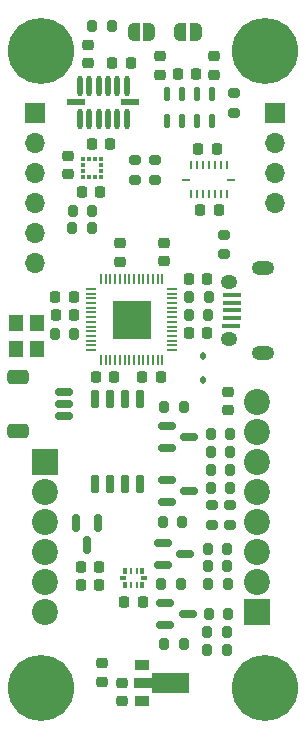
<source format=gbr>
%TF.GenerationSoftware,KiCad,Pcbnew,7.0.5*%
%TF.CreationDate,2023-12-10T00:27:40-08:00*%
%TF.ProjectId,Lyrav3,4c797261-7633-42e6-9b69-6361645f7063,rev?*%
%TF.SameCoordinates,Original*%
%TF.FileFunction,Soldermask,Bot*%
%TF.FilePolarity,Negative*%
%FSLAX46Y46*%
G04 Gerber Fmt 4.6, Leading zero omitted, Abs format (unit mm)*
G04 Created by KiCad (PCBNEW 7.0.5) date 2023-12-10 00:27:40*
%MOMM*%
%LPD*%
G01*
G04 APERTURE LIST*
G04 Aperture macros list*
%AMRoundRect*
0 Rectangle with rounded corners*
0 $1 Rounding radius*
0 $2 $3 $4 $5 $6 $7 $8 $9 X,Y pos of 4 corners*
0 Add a 4 corners polygon primitive as box body*
4,1,4,$2,$3,$4,$5,$6,$7,$8,$9,$2,$3,0*
0 Add four circle primitives for the rounded corners*
1,1,$1+$1,$2,$3*
1,1,$1+$1,$4,$5*
1,1,$1+$1,$6,$7*
1,1,$1+$1,$8,$9*
0 Add four rect primitives between the rounded corners*
20,1,$1+$1,$2,$3,$4,$5,0*
20,1,$1+$1,$4,$5,$6,$7,0*
20,1,$1+$1,$6,$7,$8,$9,0*
20,1,$1+$1,$8,$9,$2,$3,0*%
%AMFreePoly0*
4,1,9,3.862500,-0.866500,0.737500,-0.866500,0.737500,-0.450000,-0.737500,-0.450000,-0.737500,0.450000,0.737500,0.450000,0.737500,0.866500,3.862500,0.866500,3.862500,-0.866500,3.862500,-0.866500,$1*%
%AMFreePoly1*
4,1,19,0.000000,0.744911,0.071157,0.744911,0.207708,0.704816,0.327430,0.627875,0.420627,0.520320,0.479746,0.390866,0.500000,0.250000,0.500000,-0.250000,0.479746,-0.390866,0.420627,-0.520320,0.327430,-0.627875,0.207708,-0.704816,0.071157,-0.744911,0.000000,-0.744911,0.000000,-0.750000,-0.500000,-0.750000,-0.500000,0.750000,0.000000,0.750000,0.000000,0.744911,0.000000,0.744911,
$1*%
%AMFreePoly2*
4,1,19,0.500000,-0.750000,0.000000,-0.750000,0.000000,-0.744911,-0.071157,-0.744911,-0.207708,-0.704816,-0.327430,-0.627875,-0.420627,-0.520320,-0.479746,-0.390866,-0.500000,-0.250000,-0.500000,0.250000,-0.479746,0.390866,-0.420627,0.520320,-0.327430,0.627875,-0.207708,0.704816,-0.071157,0.744911,0.000000,0.744911,0.000000,0.750000,0.500000,0.750000,0.500000,-0.750000,0.500000,-0.750000,
$1*%
G04 Aperture macros list end*
%ADD10RoundRect,0.150000X-0.587500X-0.150000X0.587500X-0.150000X0.587500X0.150000X-0.587500X0.150000X0*%
%ADD11RoundRect,0.150000X0.150000X-0.650000X0.150000X0.650000X-0.150000X0.650000X-0.150000X-0.650000X0*%
%ADD12RoundRect,0.112500X0.112500X-0.187500X0.112500X0.187500X-0.112500X0.187500X-0.112500X-0.187500X0*%
%ADD13R,1.300000X0.900000*%
%ADD14FreePoly0,0.000000*%
%ADD15RoundRect,0.200000X0.200000X0.275000X-0.200000X0.275000X-0.200000X-0.275000X0.200000X-0.275000X0*%
%ADD16RoundRect,0.200000X0.275000X-0.200000X0.275000X0.200000X-0.275000X0.200000X-0.275000X-0.200000X0*%
%ADD17RoundRect,0.200000X-0.200000X-0.275000X0.200000X-0.275000X0.200000X0.275000X-0.200000X0.275000X0*%
%ADD18RoundRect,0.200000X-0.275000X0.200000X-0.275000X-0.200000X0.275000X-0.200000X0.275000X0.200000X0*%
%ADD19RoundRect,0.225000X0.250000X-0.225000X0.250000X0.225000X-0.250000X0.225000X-0.250000X-0.225000X0*%
%ADD20RoundRect,0.225000X-0.225000X-0.250000X0.225000X-0.250000X0.225000X0.250000X-0.225000X0.250000X0*%
%ADD21RoundRect,0.225000X0.225000X0.250000X-0.225000X0.250000X-0.225000X-0.250000X0.225000X-0.250000X0*%
%ADD22RoundRect,0.225000X-0.250000X0.225000X-0.250000X-0.225000X0.250000X-0.225000X0.250000X0.225000X0*%
%ADD23C,5.600000*%
%ADD24R,0.375000X0.350000*%
%ADD25R,0.350000X0.375000*%
%ADD26RoundRect,0.150000X0.625000X-0.150000X0.625000X0.150000X-0.625000X0.150000X-0.625000X-0.150000X0*%
%ADD27RoundRect,0.250000X0.650000X-0.350000X0.650000X0.350000X-0.650000X0.350000X-0.650000X-0.350000X0*%
%ADD28R,3.200000X3.200000*%
%ADD29RoundRect,0.050000X0.387500X-0.050000X0.387500X0.050000X-0.387500X0.050000X-0.387500X-0.050000X0*%
%ADD30RoundRect,0.050000X0.050000X-0.387500X0.050000X0.387500X-0.050000X0.387500X-0.050000X-0.387500X0*%
%ADD31RoundRect,0.150000X-0.150000X0.587500X-0.150000X-0.587500X0.150000X-0.587500X0.150000X0.587500X0*%
%ADD32R,1.700000X1.700000*%
%ADD33O,1.700000X1.700000*%
%ADD34R,1.200000X1.400000*%
%ADD35R,2.200000X2.200000*%
%ADD36C,2.200000*%
%ADD37O,1.900000X1.200000*%
%ADD38O,1.400000X1.200000*%
%ADD39R,1.600000X0.400000*%
%ADD40FreePoly1,0.000000*%
%ADD41FreePoly2,0.000000*%
%ADD42R,0.800000X0.250000*%
%ADD43R,0.250000X0.800000*%
%ADD44R,1.550000X0.600000*%
%ADD45O,0.450000X1.770000*%
%ADD46R,0.300000X0.580000*%
%ADD47R,0.250000X0.580000*%
%ADD48R,0.630000X0.350000*%
%ADD49RoundRect,0.125000X-0.125000X0.475000X-0.125000X-0.475000X0.125000X-0.475000X0.125000X0.475000X0*%
G04 APERTURE END LIST*
D10*
%TO.C,Q5*%
X197133999Y-110678000D03*
X197133999Y-108778000D03*
X199008999Y-109728000D03*
%TD*%
%TO.C,Q4*%
X196928500Y-105598000D03*
X196928500Y-103698000D03*
X198803500Y-104648000D03*
%TD*%
%TO.C,Q3*%
X197260999Y-95692000D03*
X197260999Y-93792000D03*
X199135999Y-94742000D03*
%TD*%
%TO.C,Q2*%
X197260999Y-100264000D03*
X197260999Y-98364000D03*
X199135999Y-99314000D03*
%TD*%
D11*
%TO.C,U7*%
X194945000Y-98767000D03*
X193675000Y-98767000D03*
X192405000Y-98767000D03*
X191135000Y-98767000D03*
X191135000Y-91567000D03*
X192405000Y-91567000D03*
X193675000Y-91567000D03*
X194945000Y-91567000D03*
%TD*%
D12*
%TO.C,D3*%
X200279000Y-89950000D03*
X200279000Y-87850000D03*
%TD*%
D13*
%TO.C,U1*%
X195154000Y-117070000D03*
D14*
X195241500Y-115570000D03*
D13*
X195154000Y-114070000D03*
%TD*%
D15*
%TO.C,R27*%
X197041000Y-112268000D03*
X198691000Y-112268000D03*
%TD*%
%TO.C,R26*%
X198564000Y-101981000D03*
X196914000Y-101981000D03*
%TD*%
%TO.C,R25*%
X200660000Y-112776000D03*
X202310000Y-112776000D03*
%TD*%
D16*
%TO.C,R24*%
X201041000Y-100521000D03*
X201041000Y-102171000D03*
%TD*%
D17*
%TO.C,R23*%
X202310000Y-111252000D03*
X200660000Y-111252000D03*
%TD*%
D16*
%TO.C,R22*%
X202946000Y-67310000D03*
X202946000Y-65660000D03*
%TD*%
D18*
%TO.C,R21*%
X202565000Y-100521000D03*
X202565000Y-102171000D03*
%TD*%
D15*
%TO.C,R20*%
X200812400Y-109728000D03*
X202462400Y-109728000D03*
%TD*%
%TO.C,R19*%
X200978000Y-99060000D03*
X202628000Y-99060000D03*
%TD*%
D17*
%TO.C,R18*%
X200799200Y-82931000D03*
X199149200Y-82931000D03*
%TD*%
D15*
%TO.C,R17*%
X198437000Y-107188000D03*
X196787000Y-107188000D03*
%TD*%
%TO.C,R16*%
X197041000Y-92202000D03*
X198691000Y-92202000D03*
%TD*%
%TO.C,R15*%
X200773800Y-84455000D03*
X199123800Y-84455000D03*
%TD*%
D17*
%TO.C,R14*%
X190919686Y-59969400D03*
X192569686Y-59969400D03*
%TD*%
D15*
%TO.C,R13*%
X200749400Y-107188000D03*
X202399400Y-107188000D03*
%TD*%
%TO.C,R12*%
X202628000Y-97536000D03*
X200978000Y-97536000D03*
%TD*%
D17*
%TO.C,R11*%
X202348600Y-105664000D03*
X200698600Y-105664000D03*
%TD*%
%TO.C,R10*%
X200978000Y-96012000D03*
X202628000Y-96012000D03*
%TD*%
D15*
%TO.C,R9*%
X200710800Y-104190800D03*
X202360800Y-104190800D03*
%TD*%
%TO.C,R8*%
X200978000Y-94488000D03*
X202628000Y-94488000D03*
%TD*%
D18*
%TO.C,R7*%
X194576286Y-72973200D03*
X194576286Y-71323200D03*
%TD*%
%TO.C,R6*%
X196227286Y-72973201D03*
X196227286Y-71323201D03*
%TD*%
D15*
%TO.C,R5*%
X190893200Y-77060399D03*
X189243200Y-77060399D03*
%TD*%
D17*
%TO.C,R4*%
X189268600Y-75590400D03*
X190918600Y-75590400D03*
%TD*%
D16*
%TO.C,R3*%
X202133200Y-79285600D03*
X202133200Y-77635600D03*
%TD*%
D17*
%TO.C,R2*%
X187783200Y-86004400D03*
X189433200Y-86004400D03*
%TD*%
D19*
%TO.C,C28*%
X202438000Y-92456000D03*
X202438000Y-90906000D03*
%TD*%
%TO.C,C26*%
X193294000Y-78358400D03*
X193294000Y-79908400D03*
%TD*%
D20*
%TO.C,C25*%
X199123000Y-81407000D03*
X200673000Y-81407000D03*
%TD*%
D21*
%TO.C,C24*%
X189395400Y-84455000D03*
X187845400Y-84455000D03*
%TD*%
%TO.C,C23*%
X192799000Y-89662000D03*
X191249000Y-89662000D03*
%TD*%
%TO.C,C22*%
X196736000Y-89662000D03*
X195186000Y-89662000D03*
%TD*%
D19*
%TO.C,C21*%
X197002400Y-79857600D03*
X197002400Y-78307600D03*
%TD*%
D20*
%TO.C,C17*%
X199136000Y-85979000D03*
X200686000Y-85979000D03*
%TD*%
D21*
%TO.C,C16*%
X189370000Y-82931000D03*
X187820000Y-82931000D03*
%TD*%
D20*
%TO.C,C15*%
X193662000Y-108712000D03*
X195212000Y-108712000D03*
%TD*%
%TO.C,C14*%
X191579886Y-73986999D03*
X190029886Y-73986999D03*
%TD*%
D21*
%TO.C,C13*%
X190918886Y-69922999D03*
X192468886Y-69922999D03*
%TD*%
D19*
%TO.C,C12*%
X188899886Y-70938999D03*
X188899886Y-72488999D03*
%TD*%
%TO.C,C11*%
X190563086Y-61556600D03*
X190563086Y-63106600D03*
%TD*%
D21*
%TO.C,C10*%
X192632886Y-63042800D03*
X194182886Y-63042800D03*
%TD*%
D20*
%TO.C,C9*%
X199720086Y-64008000D03*
X198170086Y-64008000D03*
%TD*%
D21*
%TO.C,C8*%
X189979000Y-105791000D03*
X191529000Y-105791000D03*
%TD*%
D22*
%TO.C,C6*%
X191770000Y-113906000D03*
X191770000Y-115456000D03*
%TD*%
%TO.C,C5*%
X193421000Y-115557000D03*
X193421000Y-117107000D03*
%TD*%
D19*
%TO.C,C3*%
X196674486Y-62521800D03*
X196674486Y-64071800D03*
%TD*%
D21*
%TO.C,C2*%
X199922686Y-70358000D03*
X201472686Y-70358000D03*
%TD*%
%TO.C,C1*%
X200100486Y-75539600D03*
X201650486Y-75539600D03*
%TD*%
D23*
%TO.C,H3*%
X186600000Y-116025000D03*
%TD*%
D24*
%TO.C,U5*%
X191694386Y-72204999D03*
X191694386Y-71704999D03*
D25*
X191681886Y-71192499D03*
X191181886Y-71192499D03*
X190681886Y-71192499D03*
X190181886Y-71192499D03*
D24*
X190169386Y-71704999D03*
X190169386Y-72204999D03*
D25*
X190181886Y-72717499D03*
X190681886Y-72717499D03*
X191181886Y-72717499D03*
X191681886Y-72717499D03*
%TD*%
D26*
%TO.C,J5*%
X188518800Y-92964000D03*
X188518800Y-91964000D03*
X188518800Y-90964000D03*
D27*
X184643800Y-94264000D03*
X184643800Y-89664000D03*
%TD*%
D28*
%TO.C,U8*%
X194272000Y-84798000D03*
D29*
X197709500Y-87398000D03*
X197709500Y-86998000D03*
X197709500Y-86598000D03*
X197709500Y-86198000D03*
X197709500Y-85798000D03*
X197709500Y-85398000D03*
X197709500Y-84998000D03*
X197709500Y-84598000D03*
X197709500Y-84198000D03*
X197709500Y-83798000D03*
X197709500Y-83398000D03*
X197709500Y-82998000D03*
X197709500Y-82598000D03*
X197709500Y-82198000D03*
D30*
X196872000Y-81360500D03*
X196472000Y-81360500D03*
X196072000Y-81360500D03*
X195672000Y-81360500D03*
X195272000Y-81360500D03*
X194872000Y-81360500D03*
X194472000Y-81360500D03*
X194072000Y-81360500D03*
X193672000Y-81360500D03*
X193272000Y-81360500D03*
X192872000Y-81360500D03*
X192472000Y-81360500D03*
X192072000Y-81360500D03*
X191672000Y-81360500D03*
D29*
X190834500Y-82198000D03*
X190834500Y-82598000D03*
X190834500Y-82998000D03*
X190834500Y-83398000D03*
X190834500Y-83798000D03*
X190834500Y-84198000D03*
X190834500Y-84598000D03*
X190834500Y-84998000D03*
X190834500Y-85398000D03*
X190834500Y-85798000D03*
X190834500Y-86198000D03*
X190834500Y-86598000D03*
X190834500Y-86998000D03*
X190834500Y-87398000D03*
D30*
X191672000Y-88235500D03*
X192072000Y-88235500D03*
X192472000Y-88235500D03*
X192872000Y-88235500D03*
X193272000Y-88235500D03*
X193672000Y-88235500D03*
X194072000Y-88235500D03*
X194472000Y-88235500D03*
X194872000Y-88235500D03*
X195272000Y-88235500D03*
X195672000Y-88235500D03*
X196072000Y-88235500D03*
X196472000Y-88235500D03*
X196872000Y-88235500D03*
%TD*%
D31*
%TO.C,Q1*%
X190515200Y-103932200D03*
X191465200Y-102057200D03*
X189565200Y-102057200D03*
%TD*%
D32*
%TO.C,J8*%
X206375000Y-67320000D03*
D33*
X206375000Y-69860000D03*
X206375000Y-72400000D03*
X206375000Y-74940000D03*
%TD*%
D34*
%TO.C,X1*%
X186219200Y-87307600D03*
X186219200Y-85107600D03*
X184519200Y-85107600D03*
X184519200Y-87307600D03*
%TD*%
D35*
%TO.C,J1*%
X204851000Y-109601000D03*
D36*
X204851000Y-107061000D03*
X204851000Y-104521000D03*
X204851000Y-101981000D03*
X204851000Y-99441000D03*
X204851000Y-96901000D03*
X204851000Y-94361000D03*
X204851000Y-91821000D03*
%TD*%
D21*
%TO.C,C7*%
X189979000Y-107264200D03*
X191529000Y-107264200D03*
%TD*%
D37*
%TO.C,J7*%
X205377100Y-87623200D03*
X205377100Y-80423200D03*
D38*
X202477100Y-81603200D03*
X202477100Y-86443200D03*
D39*
X202717100Y-85323200D03*
X202727100Y-84673200D03*
X202727100Y-84023200D03*
X202727100Y-83373200D03*
X202727100Y-82723200D03*
%TD*%
D23*
%TO.C,H1*%
X186600000Y-62025000D03*
%TD*%
D40*
%TO.C,J4*%
X199681687Y-60452000D03*
D41*
X198381687Y-60452000D03*
%TD*%
D23*
%TO.C,H2*%
X205600000Y-62025000D03*
%TD*%
D42*
%TO.C,U2*%
X202715486Y-72950200D03*
D43*
X202305486Y-74150200D03*
X201805486Y-74150200D03*
X201305486Y-74150200D03*
X200805486Y-74150200D03*
X200305486Y-74150200D03*
X199805486Y-74150200D03*
X199305486Y-74150200D03*
D42*
X198895486Y-72950200D03*
D43*
X199305486Y-71750200D03*
X199805486Y-71750200D03*
X200305486Y-71750200D03*
X200805486Y-71750200D03*
X201305486Y-71750200D03*
X201805486Y-71750200D03*
X202305486Y-71750200D03*
%TD*%
D44*
%TO.C,U4*%
X189571600Y-66411600D03*
D45*
X189871600Y-67821600D03*
X190671600Y-67821600D03*
X191471600Y-67821600D03*
X192271600Y-67821600D03*
X193071600Y-67821600D03*
X193871600Y-67821600D03*
D44*
X194171600Y-66411600D03*
D45*
X193871600Y-65001600D03*
X193071600Y-65001600D03*
X192271600Y-65001600D03*
X191471600Y-65001600D03*
X190671600Y-65001600D03*
X189871600Y-65001600D03*
%TD*%
D40*
%TO.C,J3*%
X195774686Y-60452000D03*
D41*
X194474686Y-60452000D03*
%TD*%
D23*
%TO.C,H4*%
X205600000Y-116025000D03*
%TD*%
D46*
%TO.C,U6*%
X193687000Y-106050000D03*
D47*
X194187000Y-106050000D03*
X194687000Y-106050000D03*
D46*
X195187000Y-106050000D03*
D48*
X195297000Y-106680000D03*
D46*
X195187000Y-107310000D03*
D47*
X194687000Y-107310000D03*
X194187000Y-107310000D03*
D46*
X193687000Y-107310000D03*
D48*
X193577000Y-106680000D03*
%TD*%
D35*
%TO.C,J2*%
X186944000Y-96901000D03*
D36*
X186944000Y-99441000D03*
X186944000Y-101981000D03*
X186944000Y-104521000D03*
X186944000Y-107061000D03*
X186944000Y-109601000D03*
%TD*%
D49*
%TO.C,U3*%
X197288686Y-67984400D03*
X198538686Y-67984400D03*
X199788686Y-67984400D03*
X201038686Y-67984400D03*
X201038686Y-65684400D03*
X199788686Y-65684400D03*
X198538686Y-65684400D03*
X197288686Y-65684400D03*
%TD*%
D32*
%TO.C,J6*%
X186055000Y-67310000D03*
D33*
X186055000Y-69850000D03*
X186055000Y-72390000D03*
X186055000Y-74930000D03*
X186055000Y-77470000D03*
X186055000Y-80010000D03*
%TD*%
D19*
%TO.C,C4*%
X201221086Y-62521800D03*
X201221086Y-64071800D03*
%TD*%
M02*

</source>
